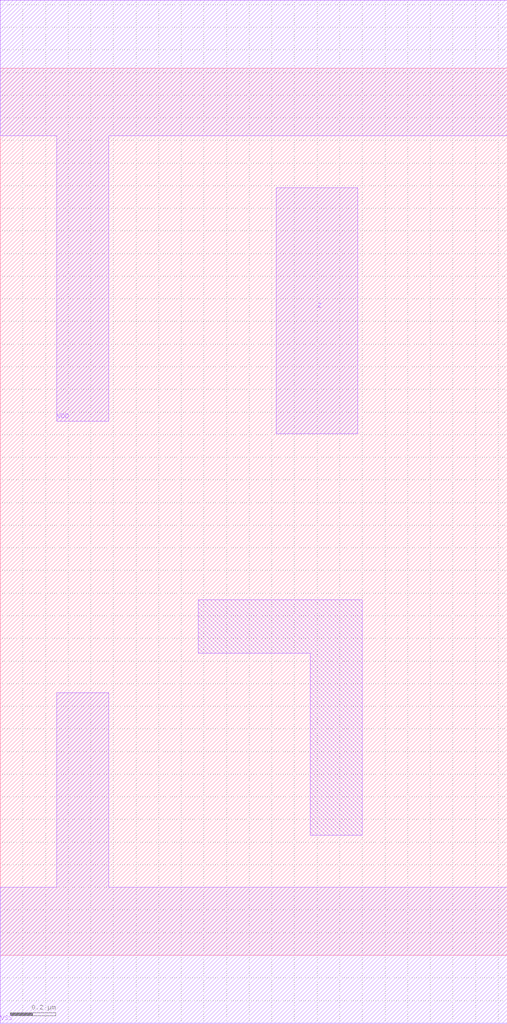
<source format=lef>
# Copyright 2022 GlobalFoundries PDK Authors
#
# Licensed under the Apache License, Version 2.0 (the "License");
# you may not use this file except in compliance with the License.
# You may obtain a copy of the License at
#
#      http://www.apache.org/licenses/LICENSE-2.0
#
# Unless required by applicable law or agreed to in writing, software
# distributed under the License is distributed on an "AS IS" BASIS,
# WITHOUT WARRANTIES OR CONDITIONS OF ANY KIND, either express or implied.
# See the License for the specific language governing permissions and
# limitations under the License.

MACRO gf180mcu_fd_sc_mcu7t5v0__tieh
  CLASS core TIEHIGH ;
  FOREIGN gf180mcu_fd_sc_mcu7t5v0__tieh 0.0 0.0 ;
  ORIGIN 0 0 ;
  SYMMETRY X Y ;
  SITE GF018hv5v_mcu_sc7 ;
  SIZE 2.24 BY 3.92 ;
  PIN Z
    DIRECTION OUTPUT ;
    ANTENNADIFFAREA 0.5368 ;
    PORT
      LAYER METAL1 ;
        POLYGON 1.22 2.305 1.58 2.305 1.58 3.39 1.22 3.39  ;
    END
  END Z
  PIN VDD
    DIRECTION INOUT ;
    USE power ;
    SHAPE ABUTMENT ;
    PORT
      LAYER METAL1 ;
        POLYGON 0 3.62 0.25 3.62 0.25 2.36 0.48 2.36 0.48 3.62 1.6 3.62 2.24 3.62 2.24 4.22 1.6 4.22 0 4.22  ;
    END
  END VDD
  PIN VSS
    DIRECTION INOUT ;
    USE ground ;
    SHAPE ABUTMENT ;
    PORT
      LAYER METAL1 ;
        POLYGON 0 -0.3 2.24 -0.3 2.24 0.3 0.48 0.3 0.48 1.16 0.25 1.16 0.25 0.3 0 0.3  ;
    END
  END VSS
  OBS
      LAYER METAL1 ;
        POLYGON 0.875 1.335 1.37 1.335 1.37 0.53 1.6 0.53 1.6 1.57 0.875 1.57  ;
  END
END gf180mcu_fd_sc_mcu7t5v0__tieh

</source>
